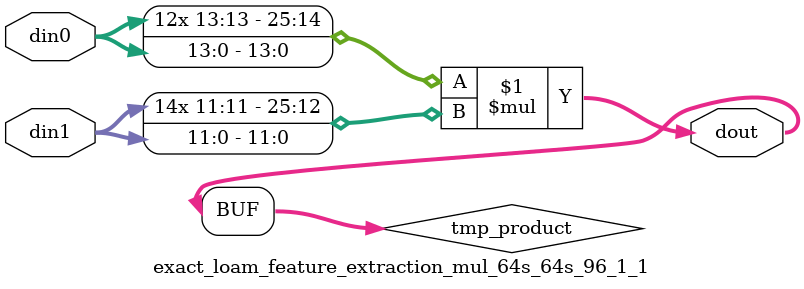
<source format=v>

`timescale 1 ns / 1 ps

 module exact_loam_feature_extraction_mul_64s_64s_96_1_1(din0, din1, dout);
parameter ID = 1;
parameter NUM_STAGE = 0;
parameter din0_WIDTH = 14;
parameter din1_WIDTH = 12;
parameter dout_WIDTH = 26;

input [din0_WIDTH - 1 : 0] din0; 
input [din1_WIDTH - 1 : 0] din1; 
output [dout_WIDTH - 1 : 0] dout;

wire signed [dout_WIDTH - 1 : 0] tmp_product;



























assign tmp_product = $signed(din0) * $signed(din1);








assign dout = tmp_product;





















endmodule

</source>
